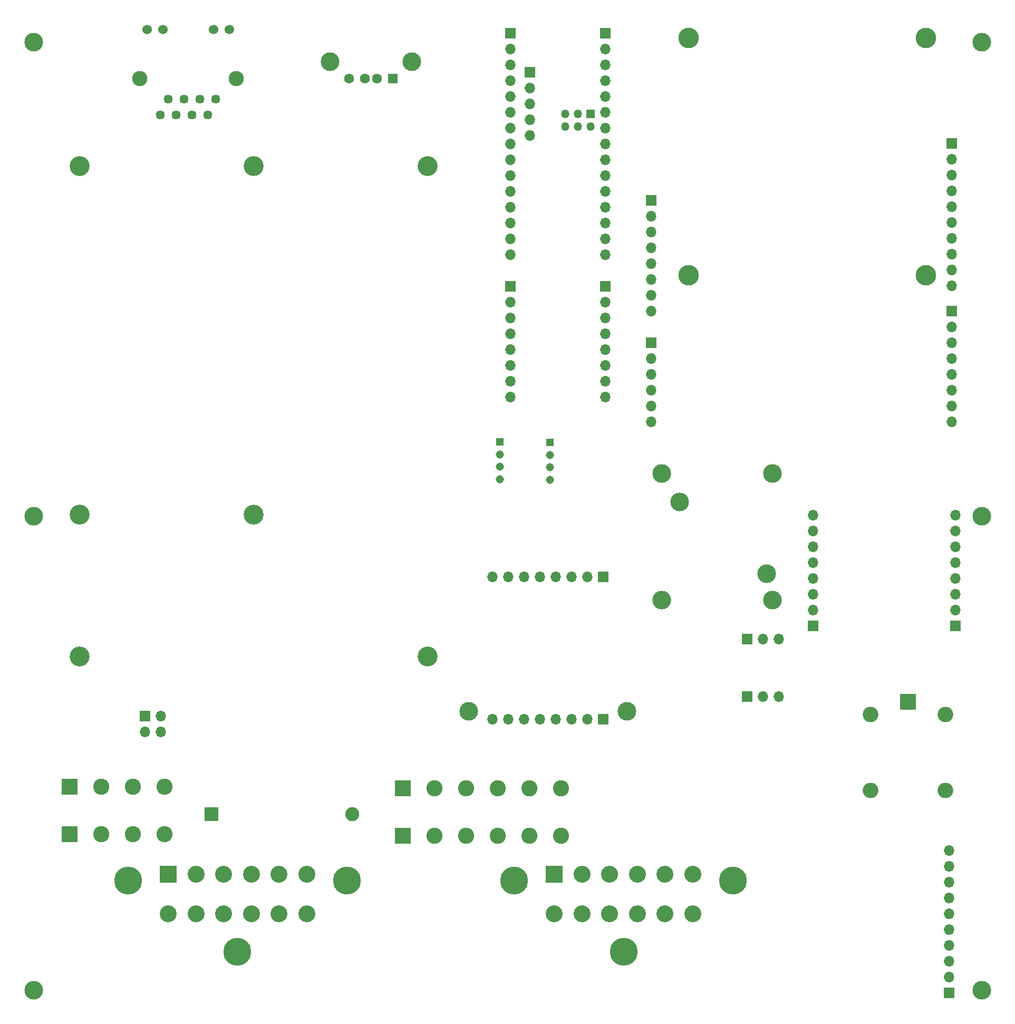
<source format=gbr>
%TF.GenerationSoftware,KiCad,Pcbnew,(5.1.10)-1*%
%TF.CreationDate,2022-08-04T08:13:07-06:00*%
%TF.ProjectId,AS14,41533134-2e6b-4696-9361-645f70636258,rev?*%
%TF.SameCoordinates,Original*%
%TF.FileFunction,Soldermask,Bot*%
%TF.FilePolarity,Negative*%
%FSLAX46Y46*%
G04 Gerber Fmt 4.6, Leading zero omitted, Abs format (unit mm)*
G04 Created by KiCad (PCBNEW (5.1.10)-1) date 2022-08-04 08:13:07*
%MOMM*%
%LPD*%
G01*
G04 APERTURE LIST*
%ADD10C,3.300000*%
%ADD11C,4.485000*%
%ADD12C,2.715000*%
%ADD13R,2.715000X2.715000*%
%ADD14O,1.700000X1.700000*%
%ADD15R,1.700000X1.700000*%
%ADD16C,1.600000*%
%ADD17R,1.600000X1.500000*%
%ADD18C,3.000000*%
%ADD19C,2.999999*%
%ADD20C,3.200000*%
%ADD21C,2.600000*%
%ADD22R,2.600000X2.600000*%
%ADD23O,2.500000X2.500000*%
%ADD24R,2.500000X2.500000*%
%ADD25C,1.308000*%
%ADD26R,1.308000X1.308000*%
%ADD27C,2.445000*%
%ADD28C,1.530000*%
%ADD29C,1.446000*%
%ADD30R,2.250000X2.250000*%
%ADD31C,2.250000*%
%ADD32O,1.350000X1.350000*%
%ADD33R,1.350000X1.350000*%
G04 APERTURE END LIST*
D10*
%TO.C,REF\u002A\u002A*%
X128540000Y-60833000D03*
X128540000Y-22733000D03*
X166640000Y-22733000D03*
X166640000Y-60833000D03*
%TD*%
D11*
%TO.C,J28*%
X135655000Y-157992000D03*
X118115000Y-169422000D03*
X100575000Y-157992000D03*
D12*
X107000000Y-163322000D03*
X111445000Y-163322000D03*
X115890000Y-163322000D03*
X120340000Y-163322000D03*
X124785000Y-163322000D03*
X129230000Y-163322000D03*
X129230000Y-156972000D03*
X124785000Y-156972000D03*
X120340000Y-156972000D03*
X115890000Y-156972000D03*
X111445000Y-156972000D03*
D13*
X107000000Y-156972000D03*
%TD*%
D14*
%TO.C,J6*%
X103035600Y-38404800D03*
X103035600Y-35864800D03*
X103035600Y-33324800D03*
X103035600Y-30784800D03*
D15*
X103035600Y-28244800D03*
%TD*%
D16*
%TO.C,J5*%
X74051400Y-29260800D03*
X76551400Y-29260800D03*
X78551400Y-29260800D03*
D17*
X81051400Y-29260800D03*
D18*
X70981400Y-26550800D03*
X84121400Y-26550800D03*
%TD*%
D11*
%TO.C,J7*%
X73655000Y-157992000D03*
X56115000Y-169422000D03*
X38575000Y-157992000D03*
D12*
X45000000Y-163322000D03*
X49445000Y-163322000D03*
X53890000Y-163322000D03*
X58340000Y-163322000D03*
X62785000Y-163322000D03*
X67230000Y-163322000D03*
X67230000Y-156972000D03*
X62785000Y-156972000D03*
X58340000Y-156972000D03*
X53890000Y-156972000D03*
X49445000Y-156972000D03*
D13*
X45000000Y-156972000D03*
%TD*%
D14*
%TO.C,J16*%
X143027400Y-119278400D03*
X140487400Y-119278400D03*
D15*
X137947400Y-119278400D03*
%TD*%
D14*
%TO.C,J17*%
X143027400Y-128498600D03*
X140487400Y-128498600D03*
D15*
X137947400Y-128498600D03*
%TD*%
D18*
%TO.C,M1*%
X141127600Y-108726000D03*
X127127600Y-97226000D03*
%TD*%
D19*
%TO.C,REF\u002A\u002A*%
X124256800Y-92684600D03*
X142036800Y-92684600D03*
X142036800Y-113004600D03*
X124256800Y-113004600D03*
%TD*%
D18*
%TO.C,REF\u002A\u002A*%
X93245000Y-130837000D03*
X118645000Y-130837000D03*
%TD*%
%TO.C, *%
X175641000Y-175641000D03*
%TD*%
%TO.C, *%
X175641000Y-99504500D03*
%TD*%
%TO.C, *%
X175641000Y-23368000D03*
%TD*%
%TO.C, *%
X23368000Y-175641000D03*
%TD*%
%TO.C, *%
X23368000Y-99504500D03*
%TD*%
%TO.C, *%
X23368000Y-23368000D03*
%TD*%
D20*
%TO.C,REF\u002A\u002A*%
X58746000Y-43266000D03*
X58746000Y-99266000D03*
X30746000Y-99266000D03*
X30746000Y-43266000D03*
X86626000Y-43266000D03*
X86626000Y-122006000D03*
X30746000Y-122006000D03*
%TD*%
D14*
%TO.C,J11*%
X170383200Y-153187400D03*
X170383200Y-155727400D03*
X170383200Y-158267400D03*
X170383200Y-160807400D03*
X170383200Y-163347400D03*
X170383200Y-165887400D03*
X170383200Y-168427400D03*
X170383200Y-170967400D03*
X170383200Y-173507400D03*
D15*
X170383200Y-176047400D03*
%TD*%
D14*
%TO.C,J23*%
X97025460Y-109273100D03*
X99565460Y-109273100D03*
X102105460Y-109273100D03*
X104645460Y-109273100D03*
X107185460Y-109273100D03*
X109725460Y-109273100D03*
X112265460Y-109273100D03*
D15*
X114805460Y-109273100D03*
%TD*%
D21*
%TO.C,KF2*%
X108038900Y-143178400D03*
X108038900Y-150798400D03*
X102958900Y-143178400D03*
X102958900Y-150798400D03*
X97878900Y-143178400D03*
X97878900Y-150798400D03*
X92798900Y-143178400D03*
X92798900Y-150798400D03*
X87718900Y-143178400D03*
X87718900Y-150798400D03*
D22*
X82638900Y-143178400D03*
X82638900Y-150798400D03*
%TD*%
D21*
%TO.C,KF1*%
X44373800Y-142949800D03*
X44373800Y-150569800D03*
X39293800Y-142949800D03*
X39293800Y-150569800D03*
X34213800Y-142949800D03*
X34213800Y-150569800D03*
D22*
X29133800Y-142949800D03*
X29133800Y-150569800D03*
%TD*%
D23*
%TO.C,K1*%
X169753800Y-131336800D03*
X169753800Y-143536800D03*
X157753800Y-143536800D03*
X157753800Y-131336800D03*
D24*
X163753800Y-129336800D03*
%TD*%
D25*
%TO.C,J2*%
X106299000Y-93678000D03*
X106299000Y-91678000D03*
X106299000Y-89678000D03*
D26*
X106299000Y-87678000D03*
%TD*%
D15*
%TO.C,J8*%
X41249600Y-131572000D03*
D14*
X41249600Y-134112000D03*
X43789600Y-131572000D03*
X43789600Y-134112000D03*
%TD*%
D27*
%TO.C,J9*%
X40464200Y-29288200D03*
X55954200Y-29288200D03*
D28*
X41584200Y-21338200D03*
X44124200Y-21338200D03*
X52294200Y-21338200D03*
X54834200Y-21338200D03*
D29*
X43764200Y-35128200D03*
X45034200Y-32588200D03*
X46304200Y-35128200D03*
X47574200Y-32588200D03*
X48844200Y-35128200D03*
X50114200Y-32588200D03*
X51384200Y-35128200D03*
X52654200Y-32588200D03*
%TD*%
D30*
%TO.C,D5*%
X51943000Y-147320000D03*
D31*
X74543000Y-147320000D03*
%TD*%
D14*
%TO.C,J15*%
X115224800Y-80365600D03*
X115224800Y-77825600D03*
X115224800Y-75285600D03*
X115224800Y-72745600D03*
X115224800Y-70205600D03*
X115224800Y-67665600D03*
X115224800Y-65125600D03*
D15*
X115224800Y-62585600D03*
%TD*%
D14*
%TO.C,J22*%
X148522000Y-99362300D03*
X148522000Y-101902300D03*
X148522000Y-104442300D03*
X148522000Y-106982300D03*
X148522000Y-109522300D03*
X148522000Y-112062300D03*
X148522000Y-114602300D03*
D15*
X148522000Y-117142300D03*
%TD*%
D14*
%TO.C,J24*%
X171382000Y-99362300D03*
X171382000Y-101902300D03*
X171382000Y-104442300D03*
X171382000Y-106982300D03*
X171382000Y-109522300D03*
X171382000Y-112062300D03*
X171382000Y-114602300D03*
D15*
X171382000Y-117142300D03*
%TD*%
D25*
%TO.C,J4*%
X98209100Y-93578700D03*
X98209100Y-91578700D03*
X98209100Y-89578700D03*
D26*
X98209100Y-87578700D03*
%TD*%
D14*
%TO.C,J27*%
X170800000Y-84328000D03*
X170800000Y-81788000D03*
X170800000Y-79248000D03*
X170800000Y-76708000D03*
X170800000Y-74168000D03*
X170800000Y-71628000D03*
X170800000Y-69088000D03*
D15*
X170800000Y-66548000D03*
%TD*%
D14*
%TO.C,J26*%
X170800000Y-62488000D03*
X170800000Y-59948000D03*
X170800000Y-57408000D03*
X170800000Y-54868000D03*
X170800000Y-52328000D03*
X170800000Y-49788000D03*
X170800000Y-47248000D03*
X170800000Y-44708000D03*
X170800000Y-42168000D03*
D15*
X170800000Y-39628000D03*
%TD*%
D14*
%TO.C,J21*%
X122540000Y-84328000D03*
X122540000Y-81788000D03*
X122540000Y-79248000D03*
X122540000Y-76708000D03*
X122540000Y-74168000D03*
D15*
X122540000Y-71628000D03*
%TD*%
D14*
%TO.C,J20*%
X122540000Y-66548000D03*
X122540000Y-64008000D03*
X122540000Y-61468000D03*
X122540000Y-58928000D03*
X122540000Y-56388000D03*
X122540000Y-53848000D03*
X122540000Y-51308000D03*
D15*
X122540000Y-48768000D03*
%TD*%
D14*
%TO.C,J14*%
X115224800Y-57505600D03*
X115224800Y-54965600D03*
X115224800Y-52425600D03*
X115224800Y-49885600D03*
X115224800Y-47345600D03*
X115224800Y-44805600D03*
X115224800Y-42265600D03*
X115224800Y-39725600D03*
X115224800Y-37185600D03*
X115224800Y-34645600D03*
X115224800Y-32105600D03*
X115224800Y-29565600D03*
X115224800Y-27025600D03*
X115224800Y-24485600D03*
D15*
X115224800Y-21945600D03*
%TD*%
D32*
%TO.C,J10*%
X108786400Y-36915600D03*
X108786400Y-34915600D03*
X110786400Y-36915600D03*
X110786400Y-34915600D03*
X112786400Y-36915600D03*
D33*
X112786400Y-34915600D03*
%TD*%
D14*
%TO.C,J13*%
X99984800Y-80365600D03*
X99984800Y-77825600D03*
X99984800Y-75285600D03*
X99984800Y-72745600D03*
X99984800Y-70205600D03*
X99984800Y-67665600D03*
X99984800Y-65125600D03*
D15*
X99984800Y-62585600D03*
%TD*%
D14*
%TO.C,J12*%
X99984800Y-57505600D03*
X99984800Y-54965600D03*
X99984800Y-52425600D03*
X99984800Y-49885600D03*
X99984800Y-47345600D03*
X99984800Y-44805600D03*
X99984800Y-42265600D03*
X99984800Y-39725600D03*
X99984800Y-37185600D03*
X99984800Y-34645600D03*
X99984800Y-32105600D03*
X99984800Y-29565600D03*
X99984800Y-27025600D03*
X99984800Y-24485600D03*
D15*
X99984800Y-21945600D03*
%TD*%
D14*
%TO.C,J25*%
X97025460Y-132133100D03*
X99565460Y-132133100D03*
X102105460Y-132133100D03*
X104645460Y-132133100D03*
X107185460Y-132133100D03*
X109725460Y-132133100D03*
X112265460Y-132133100D03*
D15*
X114805460Y-132133100D03*
%TD*%
M02*

</source>
